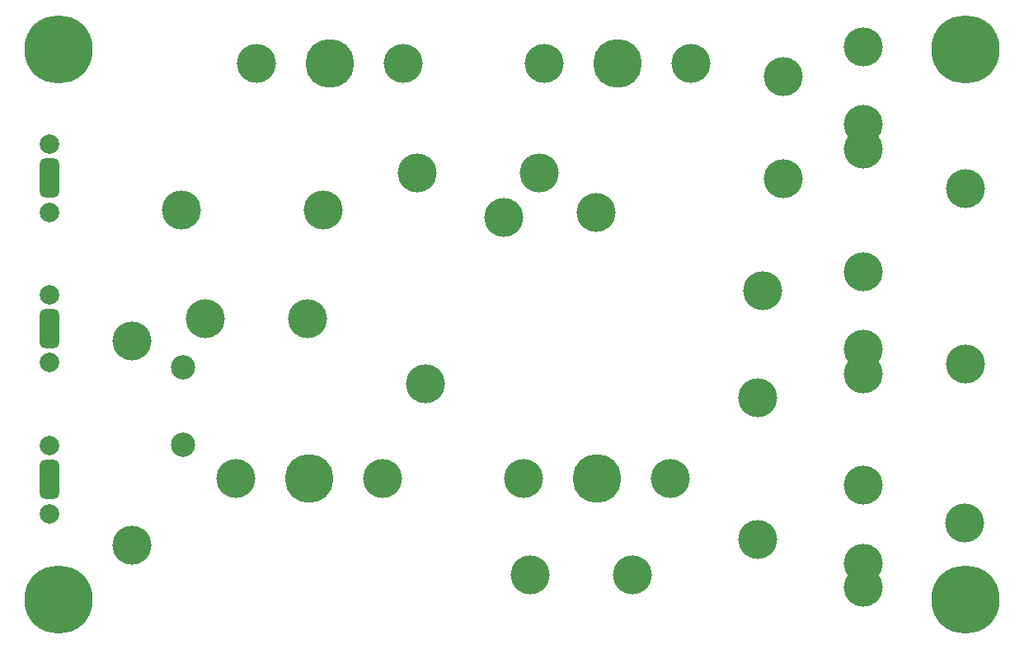
<source format=gts>
%TF.GenerationSoftware,KiCad,Pcbnew,(6.0.7)*%
%TF.CreationDate,2024-05-27T12:45:13+05:30*%
%TF.ProjectId,G0449P0983,47303434-3950-4303-9938-332e6b696361,rev?*%
%TF.SameCoordinates,Original*%
%TF.FileFunction,Soldermask,Top*%
%TF.FilePolarity,Negative*%
%FSLAX46Y46*%
G04 Gerber Fmt 4.6, Leading zero omitted, Abs format (unit mm)*
G04 Created by KiCad (PCBNEW (6.0.7)) date 2024-05-27 12:45:13*
%MOMM*%
%LPD*%
G01*
G04 APERTURE LIST*
G04 Aperture macros list*
%AMRoundRect*
0 Rectangle with rounded corners*
0 $1 Rounding radius*
0 $2 $3 $4 $5 $6 $7 $8 $9 X,Y pos of 4 corners*
0 Add a 4 corners polygon primitive as box body*
4,1,4,$2,$3,$4,$5,$6,$7,$8,$9,$2,$3,0*
0 Add four circle primitives for the rounded corners*
1,1,$1+$1,$2,$3*
1,1,$1+$1,$4,$5*
1,1,$1+$1,$6,$7*
1,1,$1+$1,$8,$9*
0 Add four rect primitives between the rounded corners*
20,1,$1+$1,$2,$3,$4,$5,0*
20,1,$1+$1,$4,$5,$6,$7,0*
20,1,$1+$1,$6,$7,$8,$9,0*
20,1,$1+$1,$8,$9,$2,$3,0*%
G04 Aperture macros list end*
%ADD10C,4.000000*%
%ADD11C,2.000000*%
%ADD12RoundRect,0.500000X0.500000X-1.500000X0.500000X1.500000X-0.500000X1.500000X-0.500000X-1.500000X0*%
%ADD13C,7.000000*%
%ADD14C,5.000000*%
%ADD15C,2.500000*%
G04 APERTURE END LIST*
D10*
%TO.C,EO1*%
X139300000Y-105600000D03*
%TD*%
%TO.C,Lo1*%
X139371828Y-71200000D03*
%TD*%
D11*
%TO.C,Lin1*%
X45294128Y-66651681D03*
X45294128Y-73651681D03*
D12*
X45294128Y-70151681D03*
%TD*%
D13*
%TO.C,H4*%
X46216162Y-56890035D03*
%TD*%
%TO.C,H2*%
X139371828Y-113461257D03*
%TD*%
%TO.C,H1*%
X139368909Y-56896463D03*
%TD*%
D10*
%TO.C,PTC1*%
X83086702Y-69600000D03*
X95586702Y-69600000D03*
%TD*%
%TO.C,L2*%
X101436702Y-73700000D03*
X118536702Y-81700000D03*
%TD*%
%TO.C,JP2*%
X53736702Y-107900000D03*
X53736702Y-86900000D03*
%TD*%
D11*
%TO.C,Nin1*%
X45294128Y-82124526D03*
X45294128Y-89124526D03*
D12*
X45294128Y-85624526D03*
%TD*%
D10*
%TO.C,MOV1*%
X61286702Y-84600000D03*
X71786702Y-84600000D03*
%TD*%
%TO.C,MOV5*%
X128836702Y-112250000D03*
X128836702Y-109750000D03*
X128836702Y-101750000D03*
%TD*%
D14*
%TO.C,F2*%
X71936702Y-101000000D03*
D10*
X64436702Y-101000000D03*
X79486702Y-101000000D03*
X93986702Y-101000000D03*
X109036702Y-101000000D03*
D14*
X101536702Y-101000000D03*
%TD*%
D10*
%TO.C,MOV2*%
X128836702Y-90250000D03*
X128836702Y-87750000D03*
X128836702Y-79750000D03*
%TD*%
D13*
%TO.C,H3*%
X46216162Y-113468243D03*
%TD*%
D15*
%TO.C,JP1*%
X59036702Y-97600000D03*
X59036702Y-89600000D03*
%TD*%
D10*
%TO.C,No1*%
X139371828Y-89300000D03*
%TD*%
%TO.C,RT1*%
X120636702Y-70250000D03*
X120636702Y-59750000D03*
%TD*%
%TO.C,MOV3*%
X128836702Y-67125000D03*
X128836702Y-64625000D03*
X128836702Y-56625000D03*
%TD*%
D14*
%TO.C,F1*%
X74036702Y-58400000D03*
D10*
X66536702Y-58400000D03*
X81586702Y-58400000D03*
X96086702Y-58400000D03*
X111136702Y-58400000D03*
D14*
X103636702Y-58400000D03*
%TD*%
D10*
%TO.C,GDT2*%
X118036702Y-107290000D03*
X118036702Y-92710000D03*
%TD*%
D11*
%TO.C,Gin1*%
X45294128Y-97633252D03*
X45294128Y-104633252D03*
D12*
X45294128Y-101133252D03*
%TD*%
D10*
%TO.C,L1*%
X83936702Y-91300000D03*
X91936702Y-74200000D03*
%TD*%
%TO.C,MOV4*%
X105186702Y-110900000D03*
X94686702Y-110900000D03*
%TD*%
%TO.C,GDT1*%
X58846702Y-73400000D03*
X73426702Y-73400000D03*
%TD*%
M02*

</source>
